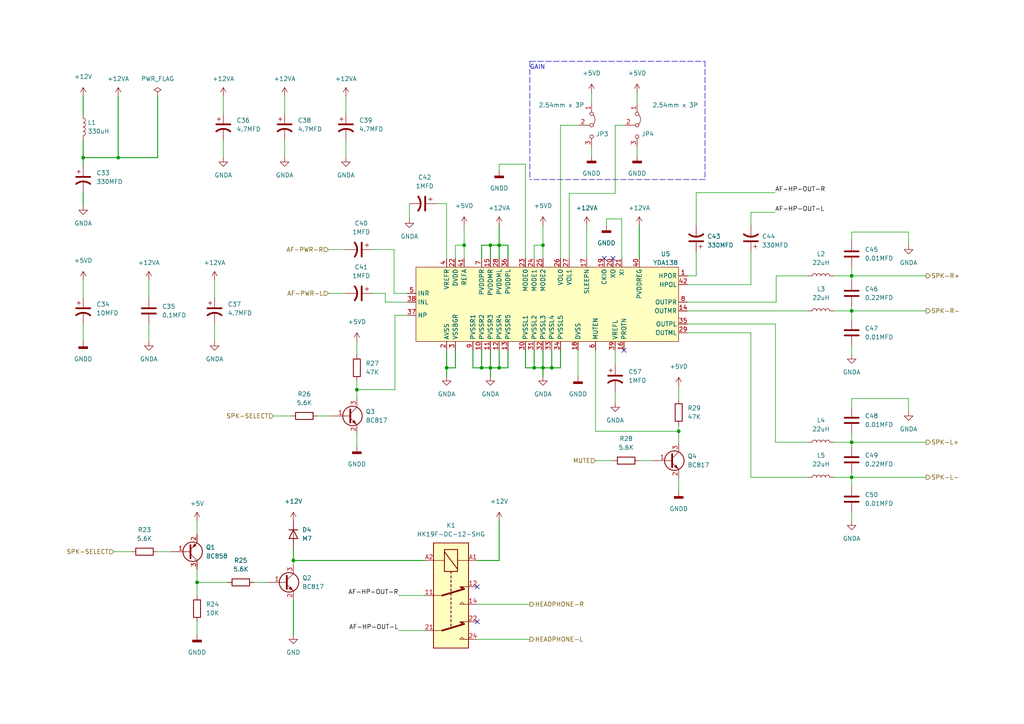
<source format=kicad_sch>
(kicad_sch (version 20211123) (generator eeschema)
  (paper "A4")
  (title_block (title "Arduino Mini Amplifier") (date "2022-07-30") (rev "1.0.0") (company "Dilshan R Jayakody") (comment 1 "jayakody2000lk@gmail.com") (comment 2 "https://github.com/dilshan/arduino-mini-amp"))
  (lib_symbols
    (symbol "Device:C" (pin_numbers hide) (pin_names (offset 0.254))
      (property "Reference" "C" (at 0.635 2.54 0))
      (property "Value" "C" (at 0.635 -2.54 0))
      (symbol "C_0_1"
        (polyline (pts (xy -2.032 -0.762) (xy 2.032 -0.762)) (stroke (width 0.508)))
        (polyline (pts (xy -2.032 0.762) (xy 2.032 0.762)) (stroke (width 0.508)))
      )
      (symbol "C_1_1"
        (pin passive line (at 0 3.81 270) (length 2.794) (name "~") (number "1"))
        (pin passive line (at 0 -3.81 90) (length 2.794) (name "~") (number "2"))
      )
    )
    (symbol "Device:C_Polarized_US" (pin_numbers hide) (pin_names (offset 0.254) hide)
      (property "Reference" "C" (at 0.635 2.54 0))
      (property "Value" "C_Polarized_US" (at 0.635 -2.54 0))
      (symbol "C_Polarized_US_0_1"
        (polyline (pts (xy -2.032 0.762) (xy 2.032 0.762)) (stroke (width 0.508)))
        (polyline (pts (xy -1.778 2.286) (xy -0.762 2.286)))
        (polyline (pts (xy -1.27 1.778) (xy -1.27 2.794)))
        (arc (start 2.032 -1.27) (mid 0 -0.5572) (end -2.032 -1.27) (stroke (width 0.508)))
      )
      (symbol "C_Polarized_US_1_1"
        (pin passive line (at 0 3.81 270) (length 2.794) (name "~") (number "1"))
        (pin passive line (at 0 -3.81 90) (length 3.302) (name "~") (number "2"))
      )
    )
    (symbol "Device:D" (pin_numbers hide) (pin_names (offset 1.016) hide)
      (property "Reference" "D" (at 0 2.54 0))
      (property "Value" "D" (at 0 -2.54 0))
      (symbol "D_0_1"
        (polyline (pts (xy -1.27 1.27) (xy -1.27 -1.27)) (stroke (width 0.254)))
        (polyline (pts (xy 1.27 0) (xy -1.27 0)))
        (polyline (pts (xy 1.27 1.27) (xy 1.27 -1.27) (xy -1.27 0) (xy 1.27 1.27)) (stroke (width 0.254)))
      )
      (symbol "D_1_1"
        (pin passive line (at -3.81 0 0) (length 2.54) (name "K") (number "1"))
        (pin passive line (at 3.81 0 180) (length 2.54) (name "A") (number "2"))
      )
    )
    (symbol "Device:L" (pin_numbers hide) (pin_names (offset 1.016) hide)
      (property "Reference" "L" (at -1.27 0 90))
      (property "Value" "L" (at 1.905 0 90))
      (symbol "L_0_1"
        (arc (start 0 -2.54) (mid 0.635 -1.905) (end 0 -1.27))
        (arc (start 0 -1.27) (mid 0.635 -0.635) (end 0 0))
        (arc (start 0 0) (mid 0.635 0.635) (end 0 1.27))
        (arc (start 0 1.27) (mid 0.635 1.905) (end 0 2.54))
      )
      (symbol "L_1_1"
        (pin passive line (at 0 3.81 270) (length 1.27) (name "1") (number "1"))
        (pin passive line (at 0 -3.81 90) (length 1.27) (name "2") (number "2"))
      )
    )
    (symbol "Device:R" (pin_numbers hide) (pin_names (offset 0))
      (property "Reference" "R" (at 2.032 0 90))
      (property "Value" "R" (at 0 0 90))
      (symbol "R_0_1"
        (rectangle (start -1.016 -2.54) (end 1.016 2.54) (stroke (width 0.254)))
      )
      (symbol "R_1_1"
        (pin passive line (at 0 3.81 270) (length 1.27) (name "~") (number "1"))
        (pin passive line (at 0 -3.81 90) (length 1.27) (name "~") (number "2"))
      )
    )
    (symbol "Jumper:Jumper_3_Bridged12" (pin_names (offset 0) hide)
      (property "Reference" "JP4" (at 2.54 1.2701 90))
      (property "Value" "2.54mm x 3P" (at -6.604 18.034 90))
      (symbol "Jumper_3_Bridged12_0_0"
        (circle (center -3.302 0) (radius 0.508))
        (circle (center 0 0) (radius 0.508))
        (circle (center 3.302 0) (radius 0.508))
      )
      (symbol "Jumper_3_Bridged12_0_1"
        (arc (start -0.254 0.508) (mid -1.651 0.9912) (end -3.048 0.508))
        (polyline (pts (xy 0 -1.27) (xy 0 -0.508)))
      )
      (symbol "Jumper_3_Bridged12_1_1"
        (pin passive line (at -6.35 0 0) (length 2.54) (name "A") (number "1"))
        (pin output line (at 0 -3.81 90) (length 2.54) (name "C") (number "2"))
        (pin passive line (at 6.35 0 180) (length 2.54) (name "B") (number "3"))
      )
    )
    (symbol "Jumper_3_Bridged12_1" (pin_names (offset 0) hide)
      (property "Reference" "JP3" (at 2.54 1.2701 90))
      (property "Value" "2.54mm x 3P" (at -6.604 18.034 90))
      (symbol "Jumper_3_Bridged12_1_0_0"
        (circle (center -3.302 0) (radius 0.508))
        (circle (center 0 0) (radius 0.508))
        (circle (center 3.302 0) (radius 0.508))
      )
      (symbol "Jumper_3_Bridged12_1_0_1"
        (arc (start -0.254 0.508) (mid -1.651 0.9912) (end -3.048 0.508))
        (polyline (pts (xy 0 -1.27) (xy 0 -0.508)))
      )
      (symbol "Jumper_3_Bridged12_1_1_1"
        (pin passive line (at -6.35 0 0) (length 2.54) (name "A") (number "1"))
        (pin output line (at 0 -3.81 90) (length 2.54) (name "C") (number "2"))
        (pin passive line (at 6.35 0 180) (length 2.54) (name "B") (number "3"))
      )
    )
    (symbol "Relay:FINDER-30.22"
      (property "Reference" "K" (at 16.51 3.81 0))
      (property "Value" "FINDER-30.22" (at 16.51 1.27 0))
      (symbol "FINDER-30.22_0_0"
        (polyline (pts (xy -2.54 5.08) (xy -2.54 2.54) (xy -1.905 3.175) (xy -2.54 3.81)) (fill (type outline)))
        (polyline (pts (xy 2.54 5.08) (xy 2.54 2.54) (xy 1.905 3.175) (xy 2.54 3.81)))
        (polyline (pts (xy 7.62 5.08) (xy 7.62 2.54) (xy 8.255 3.175) (xy 7.62 3.81)) (fill (type outline)))
        (polyline (pts (xy 12.7 5.08) (xy 12.7 2.54) (xy 12.065 3.175) (xy 12.7 3.81)))
      )
      (symbol "FINDER-30.22_0_1"
        (rectangle (start -15.24 5.08) (end 15.24 -5.08) (stroke (width 0.254)) (fill (type background)))
        (rectangle (start -13.335 1.905) (end -6.985 -1.905) (stroke (width 0.254)))
        (polyline (pts (xy -12.7 -1.905) (xy -7.62 1.905)) (stroke (width 0.254)))
        (polyline (pts (xy -10.16 -5.08) (xy -10.16 -1.905)))
        (polyline (pts (xy -10.16 5.08) (xy -10.16 1.905)))
        (polyline (pts (xy -6.985 0) (xy -6.35 0)) (stroke (width 0.254)))
        (polyline (pts (xy -5.715 0) (xy -5.08 0)) (stroke (width 0.254)))
        (polyline (pts (xy -4.445 0) (xy -3.81 0)) (stroke (width 0.254)))
        (polyline (pts (xy -3.175 0) (xy -2.54 0)) (stroke (width 0.254)))
        (polyline (pts (xy -1.905 0) (xy -1.27 0)) (stroke (width 0.254)))
        (polyline (pts (xy -0.635 0) (xy 0 0)) (stroke (width 0.254)))
        (polyline (pts (xy 0 -2.54) (xy -1.905 3.81)) (stroke (width 0.508)))
        (polyline (pts (xy 0 -2.54) (xy 0 -5.08)))
        (polyline (pts (xy 0.635 0) (xy 1.27 0)) (stroke (width 0.254)))
        (polyline (pts (xy 1.905 0) (xy 2.54 0)) (stroke (width 0.254)))
        (polyline (pts (xy 3.175 0) (xy 3.81 0)) (stroke (width 0.254)))
        (polyline (pts (xy 4.445 0) (xy 5.08 0)) (stroke (width 0.254)))
        (polyline (pts (xy 5.715 0) (xy 6.35 0)) (stroke (width 0.254)))
        (polyline (pts (xy 6.985 0) (xy 7.62 0)) (stroke (width 0.254)))
        (polyline (pts (xy 8.255 0) (xy 8.89 0)) (stroke (width 0.254)))
        (polyline (pts (xy 10.16 -2.54) (xy 8.255 3.81)) (stroke (width 0.508)))
        (polyline (pts (xy 10.16 -2.54) (xy 10.16 -5.08)))
      )
      (symbol "FINDER-30.22_1_1"
        (pin passive line (at 0 -7.62 90) (length 2.54) (name "~") (number "11"))
        (pin passive line (at -2.54 7.62 270) (length 2.54) (name "~") (number "12"))
        (pin passive line (at 2.54 7.62 270) (length 2.54) (name "~") (number "14"))
        (pin passive line (at 10.16 -7.62 90) (length 2.54) (name "~") (number "21"))
        (pin passive line (at 7.62 7.62 270) (length 2.54) (name "~") (number "22"))
        (pin passive line (at 12.7 7.62 270) (length 2.54) (name "~") (number "24"))
        (pin passive line (at -10.16 7.62 270) (length 2.54) (name "~") (number "A1"))
        (pin passive line (at -10.16 -7.62 90) (length 2.54) (name "~") (number "A2"))
      )
    )
    (symbol "Transistor_BJT:BC817" (pin_names (offset 0) hide)
      (property "Reference" "Q" (at 5.08 1.905 0))
      (property "Value" "BC817" (at 5.08 0 0))
      (symbol "BC817_0_1"
        (polyline (pts (xy 0.635 0.635) (xy 2.54 2.54)))
        (polyline (pts (xy 0.635 -0.635) (xy 2.54 -2.54) (xy 2.54 -2.54)))
        (polyline (pts (xy 0.635 1.905) (xy 0.635 -1.905) (xy 0.635 -1.905)) (stroke (width 0.508)))
        (polyline (pts (xy 1.27 -1.778) (xy 1.778 -1.27) (xy 2.286 -2.286) (xy 1.27 -1.778) (xy 1.27 -1.778)) (fill (type outline)))
        (circle (center 1.27 0) (radius 2.8194) (stroke (width 0.254)))
      )
      (symbol "BC817_1_1"
        (pin input line (at -5.08 0 0) (length 5.715) (name "B") (number "1"))
        (pin passive line (at 2.54 -5.08 90) (length 2.54) (name "E") (number "2"))
        (pin passive line (at 2.54 5.08 270) (length 2.54) (name "C") (number "3"))
      )
    )
    (symbol "Transistor_BJT:BC858" (pin_names (offset 0) hide)
      (property "Reference" "Q" (at 5.08 1.905 0))
      (property "Value" "BC858" (at 5.08 0 0))
      (symbol "BC858_0_1"
        (polyline (pts (xy 0.635 0.635) (xy 2.54 2.54)))
        (polyline (pts (xy 0.635 -0.635) (xy 2.54 -2.54) (xy 2.54 -2.54)))
        (polyline (pts (xy 0.635 1.905) (xy 0.635 -1.905) (xy 0.635 -1.905)) (stroke (width 0.508)))
        (polyline (pts (xy 2.286 -1.778) (xy 1.778 -2.286) (xy 1.27 -1.27) (xy 2.286 -1.778) (xy 2.286 -1.778)) (fill (type outline)))
        (circle (center 1.27 0) (radius 2.8194) (stroke (width 0.254)))
      )
      (symbol "BC858_1_1"
        (pin input line (at -5.08 0 0) (length 5.715) (name "B") (number "1"))
        (pin passive line (at 2.54 -5.08 90) (length 2.54) (name "E") (number "2"))
        (pin passive line (at 2.54 5.08 270) (length 2.54) (name "C") (number "3"))
      )
    )
    (symbol "pc-amplifier:YDA138"
      (property "Reference" "U" (at -20.955 -11.43 0))
      (property "Value" "YDA138" (at 50.165 12.7 0))
      (symbol "YDA138_0_1"
        (rectangle (start -21.59 11.43) (end 54.61 -10.16) (fill (type background)))
      )
      (symbol "YDA138_1_1"
        (pin output line (at 57.15 8.89 180) (length 2.54) (name "HPOR") (number "1"))
        (pin power_in line (at -2.54 -12.7 90) (length 2.54) (name "PVSSR2") (number "10"))
        (pin power_in line (at 0 -12.7 90) (length 2.54) (name "PVSSR3") (number "11"))
        (pin power_in line (at 2.54 -12.7 90) (length 2.54) (name "PVSSR4") (number "12"))
        (pin power_in line (at 5.08 -12.7 90) (length 2.54) (name "PVSSR5") (number "13"))
        (pin output line (at 57.15 -1.27 180) (length 2.54) (name "OUTMR") (number "14"))
        (pin power_in line (at 0 13.97 270) (length 2.54) (name "PVDDMR") (number "15"))
        (pin output line (at 38.735 -12.7 90) (length 2.54) (name "PROTN") (number "16"))
        (pin input line (at 27.94 13.97 270) (length 2.54) (name "SLEEPN") (number "17"))
        (pin power_in line (at 25.4 -12.7 90) (length 2.54) (name "DVSS") (number "18"))
        (pin input line (at 33.02 13.97 270) (length 2.54) (name "CKIO") (number "19"))
        (pin power_in line (at -12.7 -12.7 90) (length 2.54) (name "AVSS") (number "2"))
        (pin input line (at 35.56 13.97 270) (length 2.54) (name "XO") (number "20"))
        (pin input line (at 38.1 13.97 270) (length 2.54) (name "XI") (number "21"))
        (pin power_in line (at -10.16 13.97 270) (length 2.54) (name "DVDD") (number "22"))
        (pin input line (at 10.16 13.97 270) (length 2.54) (name "MODE0") (number "23"))
        (pin input line (at 12.7 13.97 270) (length 2.54) (name "MODE1") (number "24"))
        (pin input line (at 15.24 13.97 270) (length 2.54) (name "MODE2") (number "25"))
        (pin input line (at 20.32 13.97 270) (length 2.54) (name "VOL0") (number "26"))
        (pin input line (at 22.86 13.97 270) (length 2.54) (name "VOL1") (number "27"))
        (pin power_in line (at 2.54 13.97 270) (length 2.54) (name "PVDDML") (number "28"))
        (pin output line (at 57.15 -7.62 180) (length 2.54) (name "OUTML") (number "29"))
        (pin power_in line (at -10.16 -12.7 90) (length 2.54) (name "VSSBGR") (number "3"))
        (pin power_in line (at 10.16 -12.7 90) (length 2.54) (name "PVSSL1") (number "30"))
        (pin power_in line (at 12.7 -12.7 90) (length 2.54) (name "PVSSL2") (number "31"))
        (pin power_in line (at 15.24 -12.7 90) (length 2.54) (name "PVSSL3") (number "32"))
        (pin power_in line (at 17.78 -12.7 90) (length 2.54) (name "PVSSL4") (number "33"))
        (pin power_in line (at 20.32 -12.7 90) (length 2.54) (name "PVSSL5") (number "34"))
        (pin output line (at 57.15 -5.08 180) (length 2.54) (name "OUTPL") (number "35"))
        (pin power_in line (at 5.08 13.97 270) (length 2.54) (name "PVDDPL") (number "36"))
        (pin input line (at -24.13 -2.54 0) (length 2.54) (name "HP") (number "37"))
        (pin input line (at -24.13 1.27 0) (length 2.54) (name "INL") (number "38"))
        (pin output line (at 36.195 -12.7 90) (length 2.54) (name "VREFL") (number "39"))
        (pin input line (at -12.7 13.97 270) (length 2.54) (name "VREFR") (number "4"))
        (pin input line (at 43.18 13.97 270) (length 2.54) (name "PVDDREG") (number "40"))
        (pin power_out line (at -7.62 13.97 270) (length 2.54) (name "REFA") (number "41"))
        (pin output line (at 57.15 6.35 180) (length 2.54) (name "HPOL") (number "42"))
        (pin input line (at -24.13 3.81 0) (length 2.54) (name "INR") (number "5"))
        (pin input line (at 30.48 -12.7 90) (length 2.54) (name "MUTEN") (number "6"))
        (pin power_in line (at -2.54 13.97 270) (length 2.54) (name "PVDDPR") (number "7"))
        (pin output line (at 57.15 1.27 180) (length 2.54) (name "OUTPR") (number "8"))
        (pin power_in line (at -5.08 -12.7 90) (length 2.54) (name "PVSSR1") (number "9"))
      )
    )
    (symbol "power:+12V" (power) (pin_names (offset 0))
      (property "Value" "+12V" (at 0 3.556 0))
      (symbol "+12V_0_1"
        (polyline (pts (xy -0.762 1.27) (xy 0 2.54)))
        (polyline (pts (xy 0 0) (xy 0 2.54)))
        (polyline (pts (xy 0 2.54) (xy 0.762 1.27)))
      )
      (symbol "+12V_1_1"
        (pin power_in line (at 0 0 90) (length 0) hide (name "+12V") (number "1"))
      )
    )
    (symbol "power:+12VA" (power) (pin_names (offset 0))
      (property "Value" "+12VA" (at 0 3.556 0))
      (symbol "+12VA_0_1"
        (polyline (pts (xy -0.762 1.27) (xy 0 2.54)))
        (polyline (pts (xy 0 0) (xy 0 2.54)))
        (polyline (pts (xy 0 2.54) (xy 0.762 1.27)))
      )
      (symbol "+12VA_1_1"
        (pin power_in line (at 0 0 90) (length 0) hide (name "+12VA") (number "1"))
      )
    )
    (symbol "power:+5V" (power) (pin_names (offset 0))
      (property "Value" "+5V" (at 0 3.556 0))
      (symbol "+5V_0_1"
        (polyline (pts (xy -0.762 1.27) (xy 0 2.54)))
        (polyline (pts (xy 0 0) (xy 0 2.54)))
        (polyline (pts (xy 0 2.54) (xy 0.762 1.27)))
      )
      (symbol "+5V_1_1"
        (pin power_in line (at 0 0 90) (length 0) hide (name "+5V") (number "1"))
      )
    )
    (symbol "power:+5VD" (power) (pin_names (offset 0))
      (property "Value" "+5VD" (at 0 3.556 0))
      (symbol "+5VD_0_1"
        (polyline (pts (xy -0.762 1.27) (xy 0 2.54)))
        (polyline (pts (xy 0 0) (xy 0 2.54)))
        (polyline (pts (xy 0 2.54) (xy 0.762 1.27)))
      )
      (symbol "+5VD_1_1"
        (pin power_in line (at 0 0 90) (length 0) hide (name "+5VD") (number "1"))
      )
    )
    (symbol "power:GND" (power) (pin_names (offset 0))
      (property "Value" "GND" (at 0 -3.81 0))
      (symbol "GND_0_1"
        (polyline (pts (xy 0 0) (xy 0 -1.27) (xy 1.27 -1.27) (xy 0 -2.54) (xy -1.27 -1.27) (xy 0 -1.27)))
      )
      (symbol "GND_1_1"
        (pin power_in line (at 0 0 270) (length 0) hide (name "GND") (number "1"))
      )
    )
    (symbol "power:GNDA" (power) (pin_names (offset 0))
      (property "Value" "GNDA" (at 0 -3.81 0))
      (symbol "GNDA_0_1"
        (polyline (pts (xy 0 0) (xy 0 -1.27) (xy 1.27 -1.27) (xy 0 -2.54) (xy -1.27 -1.27) (xy 0 -1.27)))
      )
      (symbol "GNDA_1_1"
        (pin power_in line (at 0 0 270) (length 0) hide (name "GNDA") (number "1"))
      )
    )
    (symbol "power:GNDD" (power) (pin_names (offset 0))
      (property "Value" "GNDD" (at 0 -3.175 0))
      (symbol "GNDD_0_1"
        (rectangle (start -1.27 -1.524) (end 1.27 -2.032) (stroke (width 0.254)) (fill (type outline)))
        (polyline (pts (xy 0 0) (xy 0 -1.524)))
      )
      (symbol "GNDD_1_1"
        (pin power_in line (at 0 0 270) (length 0) hide (name "GNDD") (number "1"))
      )
    )
    (symbol "power:PWR_FLAG" (power) (pin_numbers hide) (pin_names (offset 0) hide)
      (property "Value" "PWR_FLAG" (at 0 3.81 0))
      (symbol "PWR_FLAG_0_0"
        (pin power_out line (at 0 0 90) (length 0) (name "pwr") (number "1"))
      )
      (symbol "PWR_FLAG_0_1"
        (polyline (pts (xy 0 0) (xy 0 1.27) (xy -1.016 1.905) (xy 0 2.54) (xy 1.016 1.905) (xy 0 1.27)))
      )
    )
  )
  (junction (at 196.85 125.095))
  (junction (at 142.24 106.68))
  (junction (at 57.15 168.91))
  (junction (at 129.54 106.68))
  (junction (at 247.015 128.27))
  (junction (at 85.09 162.56))
  (junction (at 134.62 71.12))
  (junction (at 34.29 45.72))
  (junction (at 247.015 138.43))
  (junction (at 144.78 71.12))
  (junction (at 157.48 106.68))
  (junction (at 247.015 90.17))
  (junction (at 139.7 106.68))
  (junction (at 103.505 113.03))
  (junction (at 24.13 45.72))
  (junction (at 154.94 106.68))
  (junction (at 157.48 71.12))
  (junction (at 160.02 106.68))
  (junction (at 142.24 71.12))
  (junction (at 144.78 106.68))
  (junction (at 247.015 80.01))
  (no_connect (at 180.975 101.6))
  (no_connect (at 175.26 74.93))
  (no_connect (at 177.8 74.93))
  (no_connect (at 138.43 170.18))
  (no_connect (at 138.43 180.34))
  (wire (pts (xy 147.32 71.12) (xy 147.32 74.93)) (stroke (width 0.25)))
  (wire (pts (xy 199.39 90.17) (xy 234.315 90.17)))
  (wire (pts (xy 224.917 93.98) (xy 224.917 128.27)))
  (wire (pts (xy 147.32 71.12) (xy 144.78 71.12)) (stroke (width 0.25)))
  (wire (pts (xy 165.1 56.1086) (xy 178.435 56.1086)))
  (wire (pts (xy 142.24 71.12) (xy 142.24 74.93)) (stroke (width 0.25)))
  (wire (pts (xy 45.72 45.72) (xy 34.29 45.72)) (stroke (width 0.25)))
  (wire (pts (xy 201.93 80.01) (xy 201.93 73.025)))
  (wire (pts (xy 178.435 101.6) (xy 178.435 105.918)))
  (wire (pts (xy 147.32 101.6) (xy 147.32 106.68)) (stroke (width 0.25)))
  (wire (pts (xy 152.4 74.93) (xy 152.4 47.625)))
  (wire (pts (xy 201.93 55.88) (xy 224.79 55.88)))
  (wire (pts (xy 132.08 74.93) (xy 132.08 71.12)))
  (wire (pts (xy 172.72 125.095) (xy 196.85 125.095)))
  (wire (pts (xy 162.56 36.322) (xy 167.767 36.322)))
  (polyline (pts (xy 153.67 17.78) (xy 204.47 17.78)))
  (polyline (pts (xy 153.67 17.78) (xy 153.67 52.07)))
  (wire (pts (xy 139.7 106.68) (xy 142.24 106.68)) (stroke (width 0.25)))
  (wire (pts (xy 247.015 80.01) (xy 247.015 81.28)))
  (wire (pts (xy 103.505 113.03) (xy 103.505 115.57)))
  (wire (pts (xy 185.42 133.604) (xy 189.23 133.604)))
  (wire (pts (xy 64.77 27.94) (xy 64.77 33.02)))
  (wire (pts (xy 103.505 99.06) (xy 103.505 102.87)))
  (polyline (pts (xy 204.47 17.78) (xy 204.47 52.07)))
  (wire (pts (xy 199.39 93.98) (xy 224.917 93.98)))
  (wire (pts (xy 247.015 77.47) (xy 247.015 80.01)))
  (wire (pts (xy 137.16 106.68) (xy 139.7 106.68)) (stroke (width 0.25)))
  (wire (pts (xy 114.554 91.44) (xy 118.11 91.44)))
  (wire (pts (xy 92.075 120.65) (xy 95.885 120.65)))
  (wire (pts (xy 138.43 185.42) (xy 153.67 185.42)))
  (wire (pts (xy 263.525 67.31) (xy 263.525 71.12)))
  (wire (pts (xy 57.15 180.34) (xy 57.15 184.15)))
  (wire (pts (xy 144.78 47.625) (xy 144.78 49.53)))
  (wire (pts (xy 103.505 113.03) (xy 114.554 113.03)))
  (wire (pts (xy 247.015 128.27) (xy 247.015 129.54)))
  (wire (pts (xy 57.15 168.91) (xy 66.04 168.91)))
  (wire (pts (xy 247.015 118.11) (xy 247.015 115.57)))
  (wire (pts (xy 82.55 27.94) (xy 82.55 33.02)))
  (wire (pts (xy 167.64 101.6) (xy 167.64 109.22)))
  (wire (pts (xy 34.29 45.72) (xy 24.13 45.72)) (stroke (width 0.25)))
  (wire (pts (xy 62.23 93.98) (xy 62.23 99.06)))
  (wire (pts (xy 24.13 55.88) (xy 24.13 59.69)) (stroke (width 0.25)))
  (wire (pts (xy 85.09 173.99) (xy 85.09 184.15)) (stroke (width 0.25)))
  (wire (pts (xy 217.7796 138.43) (xy 234.315 138.43)))
  (wire (pts (xy 178.435 36.322) (xy 180.975 36.322)))
  (wire (pts (xy 247.015 138.43) (xy 268.605 138.43)))
  (wire (pts (xy 217.805 61.595) (xy 224.79 61.595)))
  (wire (pts (xy 247.015 90.17) (xy 247.015 92.71)))
  (wire (pts (xy 247.015 90.17) (xy 247.015 88.9)))
  (wire (pts (xy 247.015 138.43) (xy 247.015 137.16)))
  (wire (pts (xy 152.4 101.6) (xy 152.4 106.68)) (stroke (width 0.25)))
  (wire (pts (xy 129.54 101.6) (xy 129.54 106.68)) (stroke (width 0.25)))
  (wire (pts (xy 144.78 65.405) (xy 144.78 71.12)) (stroke (width 0.25)))
  (wire (pts (xy 165.1 74.93) (xy 165.1 56.1086)))
  (wire (pts (xy 24.13 40.64) (xy 24.13 45.72)) (stroke (width 0.25)))
  (wire (pts (xy 157.48 71.12) (xy 157.48 74.93)))
  (wire (pts (xy 199.39 96.52) (xy 217.7796 96.52)))
  (wire (pts (xy 196.85 112.014) (xy 196.85 115.824)))
  (wire (pts (xy 139.7 101.6) (xy 139.7 106.68)) (stroke (width 0.25)))
  (wire (pts (xy 134.62 71.12) (xy 134.62 74.93)))
  (wire (pts (xy 157.48 101.6) (xy 157.48 106.68)) (stroke (width 0.25)))
  (wire (pts (xy 217.805 82.55) (xy 217.805 73.025)))
  (wire (pts (xy 247.015 80.01) (xy 268.605 80.01)))
  (wire (pts (xy 95.25 85.09) (xy 100.33 85.09)))
  (wire (pts (xy 196.85 125.095) (xy 196.85 128.524)))
  (wire (pts (xy 103.505 110.49) (xy 103.505 113.03)))
  (wire (pts (xy 64.77 40.64) (xy 64.77 45.72)))
  (wire (pts (xy 24.13 93.98) (xy 24.13 99.06)))
  (wire (pts (xy 34.29 27.94) (xy 34.29 45.72)) (stroke (width 0.25)))
  (wire (pts (xy 114.3 72.39) (xy 114.3 85.09)))
  (wire (pts (xy 142.24 71.12) (xy 144.78 71.12)) (stroke (width 0.25)))
  (wire (pts (xy 154.94 106.68) (xy 157.48 106.68)) (stroke (width 0.25)))
  (wire (pts (xy 103.505 125.73) (xy 103.505 129.54)))
  (wire (pts (xy 162.56 106.68) (xy 160.02 106.68)) (stroke (width 0.25)))
  (wire (pts (xy 152.4 106.68) (xy 154.94 106.68)) (stroke (width 0.25)))
  (wire (pts (xy 157.48 65.405) (xy 157.48 71.12)))
  (wire (pts (xy 45.72 160.02) (xy 49.53 160.02)))
  (wire (pts (xy 114.3 85.09) (xy 118.11 85.09)))
  (wire (pts (xy 144.78 106.68) (xy 142.24 106.68)) (stroke (width 0.25)))
  (wire (pts (xy 137.16 101.6) (xy 137.16 106.68)) (stroke (width 0.25)))
  (wire (pts (xy 24.13 45.72) (xy 24.13 48.26)) (stroke (width 0.25)))
  (wire (pts (xy 184.785 42.672) (xy 184.785 45.212)))
  (wire (pts (xy 138.43 162.56) (xy 144.78 162.56)) (stroke (width 0.25)))
  (wire (pts (xy 199.39 80.01) (xy 201.93 80.01)))
  (wire (pts (xy 115.57 172.72) (xy 123.19 172.72)))
  (wire (pts (xy 170.18 65.405) (xy 170.18 74.93)))
  (wire (pts (xy 171.577 26.924) (xy 171.577 29.972)))
  (wire (pts (xy 43.18 81.28) (xy 43.18 86.36)))
  (wire (pts (xy 138.43 175.26) (xy 153.67 175.26)))
  (wire (pts (xy 196.85 123.444) (xy 196.85 125.095)))
  (wire (pts (xy 171.577 42.672) (xy 171.577 45.212)))
  (wire (pts (xy 180.34 74.93) (xy 180.34 63.5)))
  (wire (pts (xy 154.94 71.12) (xy 157.48 71.12)))
  (wire (pts (xy 225.1202 80.01) (xy 234.315 80.01)))
  (wire (pts (xy 247.015 69.85) (xy 247.015 67.31)))
  (wire (pts (xy 129.54 74.93) (xy 129.54 59.055)))
  (wire (pts (xy 247.015 128.27) (xy 268.605 128.27)))
  (wire (pts (xy 175.895 63.5) (xy 175.895 65.405)))
  (wire (pts (xy 33.02 160.02) (xy 38.1 160.02)))
  (wire (pts (xy 247.015 125.73) (xy 247.015 128.27)))
  (wire (pts (xy 100.33 27.94) (xy 100.33 33.02)))
  (wire (pts (xy 247.015 100.33) (xy 247.015 102.87)))
  (wire (pts (xy 62.23 81.28) (xy 62.23 86.36)))
  (wire (pts (xy 154.94 74.93) (xy 154.94 71.12)))
  (wire (pts (xy 142.24 106.68) (xy 142.24 109.22)) (stroke (width 0.25)))
  (wire (pts (xy 144.78 162.56) (xy 144.78 151.13)) (stroke (width 0.25)))
  (wire (pts (xy 107.95 72.39) (xy 114.3 72.39)))
  (wire (pts (xy 126.365 59.055) (xy 129.54 59.055)))
  (wire (pts (xy 247.015 67.31) (xy 263.525 67.31)))
  (wire (pts (xy 178.435 56.1086) (xy 178.435 36.322)))
  (wire (pts (xy 132.08 106.68) (xy 129.54 106.68)) (stroke (width 0.25)))
  (wire (pts (xy 142.24 101.6) (xy 142.24 106.68)) (stroke (width 0.25)))
  (wire (pts (xy 162.56 74.93) (xy 162.56 36.322)))
  (wire (pts (xy 45.72 27.94) (xy 45.72 45.72)) (stroke (width 0.25)))
  (wire (pts (xy 111.76 85.09) (xy 111.76 87.63)))
  (wire (pts (xy 247.015 148.59) (xy 247.015 151.13)))
  (wire (pts (xy 185.42 65.405) (xy 185.42 74.93)) (stroke (width 0.25)))
  (wire (pts (xy 247.015 138.43) (xy 247.015 140.97)))
  (wire (pts (xy 217.7796 96.52) (xy 217.7796 138.43)))
  (wire (pts (xy 57.15 168.91) (xy 57.15 172.72)))
  (wire (pts (xy 79.375 120.65) (xy 84.455 120.65)))
  (wire (pts (xy 247.015 90.17) (xy 268.605 90.17)))
  (wire (pts (xy 241.935 128.27) (xy 247.015 128.27)))
  (wire (pts (xy 139.7 74.93) (xy 139.7 71.12)) (stroke (width 0.25)))
  (wire (pts (xy 95.25 72.39) (xy 100.33 72.39)))
  (wire (pts (xy 24.13 27.94) (xy 24.13 33.02)) (stroke (width 0.25)))
  (wire (pts (xy 111.76 87.63) (xy 118.11 87.63)))
  (wire (pts (xy 147.32 106.68) (xy 144.78 106.68)) (stroke (width 0.25)))
  (wire (pts (xy 118.745 59.055) (xy 118.745 63.5)))
  (wire (pts (xy 247.015 115.57) (xy 263.525 115.57)))
  (wire (pts (xy 241.935 138.43) (xy 247.015 138.43)))
  (wire (pts (xy 241.935 90.17) (xy 247.015 90.17)))
  (wire (pts (xy 225.1202 87.63) (xy 225.1202 80.01)))
  (wire (pts (xy 43.18 93.98) (xy 43.18 99.06)))
  (wire (pts (xy 160.02 106.68) (xy 157.48 106.68)) (stroke (width 0.25)))
  (wire (pts (xy 184.785 26.924) (xy 184.785 29.972)))
  (wire (pts (xy 144.78 101.6) (xy 144.78 106.68)) (stroke (width 0.25)))
  (wire (pts (xy 85.09 162.56) (xy 123.19 162.56)) (stroke (width 0.25)))
  (wire (pts (xy 85.09 158.75) (xy 85.09 162.56)) (stroke (width 0.25)))
  (wire (pts (xy 134.62 65.405) (xy 134.62 71.12)))
  (wire (pts (xy 100.33 40.64) (xy 100.33 45.72)))
  (wire (pts (xy 199.39 82.55) (xy 217.805 82.55)))
  (wire (pts (xy 132.08 101.6) (xy 132.08 106.68)) (stroke (width 0.25)))
  (polyline (pts (xy 204.47 52.07) (xy 153.67 52.07)))
  (wire (pts (xy 199.39 87.63) (xy 225.1202 87.63)))
  (wire (pts (xy 157.48 106.68) (xy 157.48 109.22)) (stroke (width 0.25)))
  (wire (pts (xy 201.93 65.405) (xy 201.93 55.88)))
  (wire (pts (xy 217.805 65.405) (xy 217.805 61.595)))
  (wire (pts (xy 24.13 81.28) (xy 24.13 86.36)))
  (wire (pts (xy 263.525 115.57) (xy 263.525 119.38)))
  (wire (pts (xy 57.15 165.1) (xy 57.15 168.91)))
  (wire (pts (xy 196.85 138.684) (xy 196.85 142.494)))
  (wire (pts (xy 172.72 101.6) (xy 172.72 125.095)))
  (wire (pts (xy 144.78 71.12) (xy 144.78 74.93)) (stroke (width 0.25)))
  (wire (pts (xy 241.935 80.01) (xy 247.015 80.01)))
  (wire (pts (xy 160.02 101.6) (xy 160.02 106.68)) (stroke (width 0.25)))
  (wire (pts (xy 114.554 113.03) (xy 114.554 91.44)))
  (wire (pts (xy 154.94 101.6) (xy 154.94 106.68)) (stroke (width 0.25)))
  (wire (pts (xy 180.34 63.5) (xy 175.895 63.5)))
  (wire (pts (xy 162.56 101.6) (xy 162.56 106.68)) (stroke (width 0.25)))
  (wire (pts (xy 132.08 71.12) (xy 134.62 71.12)))
  (wire (pts (xy 152.4 47.625) (xy 144.78 47.625)))
  (wire (pts (xy 224.917 128.27) (xy 234.315 128.27)))
  (wire (pts (xy 178.435 113.538) (xy 178.435 116.84)))
  (wire (pts (xy 172.72 133.604) (xy 177.8 133.604)))
  (wire (pts (xy 139.7 71.12) (xy 142.24 71.12)) (stroke (width 0.25)))
  (wire (pts (xy 57.15 151.13) (xy 57.15 154.94)))
  (wire (pts (xy 82.55 40.64) (xy 82.55 45.72)))
  (wire (pts (xy 73.66 168.91) (xy 77.47 168.91)))
  (wire (pts (xy 115.57 182.88) (xy 123.19 182.88)))
  (wire (pts (xy 107.95 85.09) (xy 111.76 85.09)))
  (wire (pts (xy 129.54 106.68) (xy 129.54 109.22)) (stroke (width 0.25)))
  (wire (pts (xy 85.09 162.56) (xy 85.09 163.83)))
  (text "GAIN" (at 153.67 20.32 0) (effects (font (size 1.27 1.27)) (justify left bottom)))
  (label "AF-HP-OUT-L" (at 115.57 182.88 180))
  (label "AF-HP-OUT-L" (at 224.79 61.595 0))
  (label "AF-HP-OUT-R" (at 224.79 55.88 0))
  (label "AF-HP-OUT-R" (at 115.57 172.72 180))
  (hierarchical_label "SPK-SELECT" (shape input) (at 33.02 160.02 180))
  (hierarchical_label "SPK-L-" (shape output) (at 268.605 138.43 0))
  (hierarchical_label "MUTE" (shape input) (at 172.72 133.604 180))
  (hierarchical_label "HEADPHONE-L" (shape output) (at 153.67 185.42 0))
  (hierarchical_label "SPK-SELECT" (shape input) (at 79.375 120.65 180))
  (hierarchical_label "SPK-R-" (shape output) (at 268.605 90.17 0))
  (hierarchical_label "AF-PWR-L" (shape input) (at 95.25 85.09 180))
  (hierarchical_label "AF-PWR-R" (shape input) (at 95.25 72.39 180))
  (hierarchical_label "HEADPHONE-R" (shape output) (at 153.67 175.26 0))
  (hierarchical_label "SPK-R+" (shape output) (at 268.605 80.01 0))
  (hierarchical_label "SPK-L+" (shape output) (at 268.605 128.27 0))
  (symbol (lib_id "Transistor_BJT:BC817") (at 82.55 168.91 0) (unit 1)
    (property "Reference" "Q2" (at 87.63 167.6399 0) (effects (justify left)))
    (property "Value" "BC817" (at 87.63 170.1799 0) (effects (justify left)))
    (property "Footprint" "Package_TO_SOT_SMD:SOT-23" (effects hide))
    (property "Datasheet" "https://www.onsemi.com/pub/Collateral/BC818-D.pdf" (effects hide))
  )
  (symbol (lib_id "power:GNDA") (at 82.55 45.72 0) (unit 1)
    (property "Reference" "#PWR0158" (effects hide))
    (property "Value" "GNDA" (at 82.55 50.8 0))
  )
  (symbol (lib_id "power:GNDD") (at 167.64 109.22 0) (unit 1)
    (property "Reference" "#PWR0179" (effects hide))
    (property "Value" "GNDD" (at 167.64 114.3 0))
  )
  (symbol (lib_id "power:GNDA") (at 24.13 59.69 0) (unit 1)
    (property "Reference" "#PWR0153" (effects hide))
    (property "Value" "GNDA" (at 24.13 64.77 0))
  )
  (symbol (lib_name "Jumper_3_Bridged12_1") (lib_id "Jumper:Jumper_3_Bridged12") (at 171.577 36.322 270) (unit 1)
    (property "Reference" "JP3" (at 172.8471 38.862 90) (effects (justify left)))
    (property "Value" "2.54mm x 3P" (at 156.21 30.48 90) (effects (justify left)))
    (property "Footprint" "Connector_PinHeader_2.54mm:PinHeader_1x03_P2.54mm_Vertical" (effects hide))
  )
  (symbol (lib_id "Relay:FINDER-30.22") (at 130.81 172.72 270) (unit 1)
    (property "Reference" "K1" (at 130.81 152.4 90))
    (property "Value" "HK19F-DC-12-SHG" (at 130.81 154.94 90))
    (property "Footprint" "Relay_THT:Relay_DPDT_Finder_30.22" (effects hide))
    (property "Datasheet" "http://gfinder.findernet.com/assets/Series/354/S30EN.pdf" (effects hide))
  )
  (symbol (lib_id "Device:C_Polarized_US") (at 217.805 69.215 180) (unit 1)
    (property "Reference" "C44" (at 220.98 68.5799 0) (effects (justify right)))
    (property "Value" "330MFD" (at 220.98 71.1199 0) (effects (justify right)))
    (property "Footprint" "Capacitor_SMD:CP_Elec_6.3x5.8" (effects hide))
  )
  (symbol (lib_id "Device:C") (at 247.015 121.92 0) (unit 1)
    (property "Reference" "C48" (at 250.825 120.6499 0) (effects (justify left)))
    (property "Value" "0.01MFD" (at 250.825 123.1899 0) (effects (justify left)))
    (property "Footprint" "Capacitor_SMD:C_0805_2012Metric_Pad1.18x1.45mm_HandSolder" (effects hide))
  )
  (symbol (lib_id "power:+5VD") (at 103.505 99.06 0) (unit 1)
    (property "Reference" "#PWR0160" (effects hide))
    (property "Value" "+5VD" (at 103.505 93.345 0))
  )
  (symbol (lib_id "Device:C") (at 247.015 133.35 0) (unit 1)
    (property "Reference" "C49" (at 250.825 132.0799 0) (effects (justify left)))
    (property "Value" "0.22MFD" (at 250.825 134.6199 0) (effects (justify left)))
    (property "Footprint" "Capacitor_SMD:C_0805_2012Metric_Pad1.18x1.45mm_HandSolder" (effects hide))
  )
  (symbol (lib_id "power:+5VD") (at 196.85 112.014 0) (unit 1)
    (property "Reference" "#PWR0178" (effects hide))
    (property "Value" "+5VD" (at 196.85 106.299 0))
  )
  (symbol (lib_id "power:GNDD") (at 144.78 49.53 0) (unit 1)
    (property "Reference" "#PWR0189" (effects hide))
    (property "Value" "GNDD" (at 144.78 54.61 0))
  )
  (symbol (lib_id "power:GNDA") (at 247.015 151.13 0) (unit 1)
    (property "Reference" "#PWR0174" (effects hide))
    (property "Value" "GNDA" (at 247.015 156.21 0))
  )
  (symbol (lib_id "Device:L") (at 238.125 80.01 90) (unit 1)
    (property "Reference" "L2" (at 238.125 73.66 90))
    (property "Value" "22uH" (at 238.125 76.2 90))
    (property "Footprint" "Inductor_SMD:L_7.3x7.3_H3.5" (effects hide))
  )
  (symbol (lib_id "Device:R") (at 181.61 133.604 90) (unit 1)
    (property "Reference" "R28" (at 181.61 127.254 90))
    (property "Value" "5.6K" (at 181.61 129.794 90))
    (property "Footprint" "Resistor_SMD:R_0805_2012Metric_Pad1.20x1.40mm_HandSolder" (effects hide))
  )
  (symbol (lib_id "Device:R") (at 41.91 160.02 90) (unit 1)
    (property "Reference" "R23" (at 41.91 153.67 90))
    (property "Value" "5.6K" (at 41.91 156.21 90))
    (property "Footprint" "Resistor_SMD:R_0805_2012Metric_Pad1.20x1.40mm_HandSolder" (effects hide))
  )
  (symbol (lib_id "Device:C_Polarized_US") (at 178.435 109.728 0) (unit 1)
    (property "Reference" "C57" (at 182.245 107.8229 0) (effects (justify left)))
    (property "Value" "1MFD" (at 182.245 110.3629 0) (effects (justify left)))
    (property "Footprint" "Capacitor_SMD:C_0805_2012Metric_Pad1.18x1.45mm_HandSolder" (effects hide))
  )
  (symbol (lib_id "Device:C_Polarized_US") (at 62.23 90.17 0) (unit 1)
    (property "Reference" "C37" (at 66.04 88.2649 0) (effects (justify left)))
    (property "Value" "4.7MFD" (at 66.04 90.8049 0) (effects (justify left)))
    (property "Footprint" "Capacitor_SMD:CP_Elec_4x5.4" (effects hide))
  )
  (symbol (lib_id "Device:R") (at 57.15 176.53 0) (unit 1)
    (property "Reference" "R24" (at 59.69 175.2599 0) (effects (justify left)))
    (property "Value" "10K" (at 59.69 177.7999 0) (effects (justify left)))
    (property "Footprint" "Resistor_SMD:R_0805_2012Metric_Pad1.20x1.40mm_HandSolder" (effects hide))
  )
  (symbol (lib_id "power:+12V") (at 24.13 27.94 0) (unit 1)
    (property "Reference" "#PWR0151" (effects hide))
    (property "Value" "+12V" (at 24.13 22.225 0))
  )
  (symbol (lib_id "power:GNDA") (at 118.745 63.5 0) (unit 1)
    (property "Reference" "#PWR0161" (effects hide))
    (property "Value" "GNDA" (at 118.745 68.58 0))
  )
  (symbol (lib_id "power:GNDA") (at 263.525 71.12 0) (unit 1)
    (property "Reference" "#PWR0192" (effects hide))
    (property "Value" "GNDA" (at 263.525 76.2 0))
  )
  (symbol (lib_id "Device:R") (at 88.265 120.65 90) (unit 1)
    (property "Reference" "R26" (at 88.265 114.3 90))
    (property "Value" "5.6K" (at 88.265 116.84 90))
    (property "Footprint" "Resistor_SMD:R_0805_2012Metric_Pad1.20x1.40mm_HandSolder" (effects hide))
  )
  (symbol (lib_id "Device:C_Polarized_US") (at 24.13 90.17 0) (unit 1)
    (property "Reference" "C34" (at 27.94 88.2649 0) (effects (justify left)))
    (property "Value" "10MFD" (at 27.94 90.8049 0) (effects (justify left)))
    (property "Footprint" "Capacitor_SMD:CP_Elec_5x5.3" (effects hide))
  )
  (symbol (lib_id "Device:C_Polarized_US") (at 64.77 36.83 0) (unit 1)
    (property "Reference" "C36" (at 68.58 34.9249 0) (effects (justify left)))
    (property "Value" "4.7MFD" (at 68.58 37.4649 0) (effects (justify left)))
    (property "Footprint" "Capacitor_SMD:CP_Elec_4x5.4" (effects hide))
  )
  (symbol (lib_id "power:GNDA") (at 178.435 116.84 0) (unit 1)
    (property "Reference" "#PWR0223" (effects hide))
    (property "Value" "GNDA" (at 178.435 121.92 0))
  )
  (symbol (lib_id "power:GNDA") (at 142.24 109.22 0) (unit 1)
    (property "Reference" "#PWR0166" (effects hide))
    (property "Value" "GNDA" (at 142.24 114.3 0))
  )
  (symbol (lib_id "power:+5VD") (at 171.577 26.924 0) (unit 1)
    (property "Reference" "#PWR0187" (effects hide))
    (property "Value" "+5VD" (at 171.577 21.209 0))
  )
  (symbol (lib_id "Device:C_Polarized_US") (at 104.14 72.39 270) (unit 1)
    (property "Reference" "C40" (at 104.775 64.77 90))
    (property "Value" "1MFD" (at 104.775 67.31 90))
    (property "Footprint" "Capacitor_SMD:CP_Elec_4x4.5" (effects hide))
  )
  (symbol (lib_id "power:GNDD") (at 57.15 184.15 0) (unit 1)
    (property "Reference" "#PWR0150" (effects hide))
    (property "Value" "GNDD" (at 57.15 189.23 0))
  )
  (symbol (lib_id "power:+5VD") (at 24.13 81.28 0) (unit 1)
    (property "Reference" "#PWR0170" (effects hide))
    (property "Value" "+5VD" (at 24.13 75.565 0))
  )
  (symbol (lib_id "power:GND") (at 85.09 184.15 0) (unit 1)
    (property "Reference" "#PWR03" (effects hide))
    (property "Value" "GND" (at 85.09 189.23 0))
  )
  (symbol (lib_id "Transistor_BJT:BC817") (at 100.965 120.65 0) (unit 1)
    (property "Reference" "Q3" (at 106.045 119.3799 0) (effects (justify left)))
    (property "Value" "BC817" (at 106.045 121.9199 0) (effects (justify left)))
    (property "Footprint" "Package_TO_SOT_SMD:SOT-23" (effects hide))
    (property "Datasheet" "https://www.onsemi.com/pub/Collateral/BC818-D.pdf" (effects hide))
  )
  (symbol (lib_id "power:PWR_FLAG") (at 45.72 27.94 0) (unit 1)
    (property "Reference" "#FLG0103" (effects hide))
    (property "Value" "PWR_FLAG" (at 45.72 22.86 0))
  )
  (symbol (lib_id "Device:C_Polarized_US") (at 201.93 69.215 180) (unit 1)
    (property "Reference" "C43" (at 205.105 68.5799 0) (effects (justify right)))
    (property "Value" "330MFD" (at 205.105 71.1199 0) (effects (justify right)))
    (property "Footprint" "Capacitor_SMD:CP_Elec_6.3x5.8" (effects hide))
  )
  (symbol (lib_id "Device:R") (at 196.85 119.634 0) (unit 1)
    (property "Reference" "R29" (at 199.39 118.3639 0) (effects (justify left)))
    (property "Value" "47K" (at 199.39 120.9039 0) (effects (justify left)))
    (property "Footprint" "Resistor_SMD:R_0805_2012Metric_Pad1.20x1.40mm_HandSolder" (effects hide))
  )
  (symbol (lib_id "power:GNDA") (at 62.23 99.06 0) (unit 1)
    (property "Reference" "#PWR0173" (effects hide))
    (property "Value" "GNDA" (at 62.23 104.14 0))
  )
  (symbol (lib_id "Device:C_Polarized_US") (at 122.555 59.055 270) (unit 1)
    (property "Reference" "C42" (at 123.19 51.435 90))
    (property "Value" "1MFD" (at 123.19 53.975 90))
    (property "Footprint" "Capacitor_SMD:C_0805_2012Metric_Pad1.18x1.45mm_HandSolder" (effects hide))
  )
  (symbol (lib_id "Device:L") (at 238.125 138.43 90) (unit 1)
    (property "Reference" "L5" (at 238.125 132.08 90))
    (property "Value" "22uH" (at 238.125 134.62 90))
    (property "Footprint" "Inductor_SMD:L_7.3x7.3_H3.5" (effects hide))
  )
  (symbol (lib_id "power:GNDA") (at 64.77 45.72 0) (unit 1)
    (property "Reference" "#PWR0156" (effects hide))
    (property "Value" "GNDA" (at 64.77 50.8 0))
  )
  (symbol (lib_id "power:+5VD") (at 157.48 65.405 0) (unit 1)
    (property "Reference" "#PWR0181" (effects hide))
    (property "Value" "+5VD" (at 157.48 59.69 0))
  )
  (symbol (lib_id "power:+12VA") (at 100.33 27.94 0) (unit 1)
    (property "Reference" "#PWR0154" (effects hide))
    (property "Value" "+12VA" (at 100.33 22.86 0))
  )
  (symbol (lib_id "power:GNDA") (at 157.48 109.22 0) (unit 1)
    (property "Reference" "#PWR0180" (effects hide))
    (property "Value" "GNDA" (at 157.48 114.3 0))
  )
  (symbol (lib_id "power:GNDD") (at 175.895 65.405 0) (unit 1)
    (property "Reference" "#PWR0184" (effects hide))
    (property "Value" "GNDD" (at 175.895 70.485 0))
  )
  (symbol (lib_id "power:GNDD") (at 24.13 99.06 0) (unit 1)
    (property "Reference" "#PWR0171" (effects hide))
    (property "Value" "GNDD" (at 24.13 104.14 0))
  )
  (symbol (lib_id "power:GNDA") (at 43.18 99.06 0) (unit 1)
    (property "Reference" "#PWR0168" (effects hide))
    (property "Value" "GNDA" (at 43.18 104.14 0))
  )
  (symbol (lib_id "Device:C_Polarized_US") (at 82.55 36.83 0) (unit 1)
    (property "Reference" "C38" (at 86.36 34.9249 0) (effects (justify left)))
    (property "Value" "4.7MFD" (at 86.36 37.4649 0) (effects (justify left)))
    (property "Footprint" "Capacitor_SMD:CP_Elec_4x5.4" (effects hide))
  )
  (symbol (lib_id "power:+5VD") (at 134.62 65.405 0) (unit 1)
    (property "Reference" "#PWR0191" (effects hide))
    (property "Value" "+5VD" (at 134.62 59.69 0))
  )
  (symbol (lib_id "Transistor_BJT:BC817") (at 194.31 133.604 0) (unit 1)
    (property "Reference" "Q4" (at 199.39 132.3339 0) (effects (justify left)))
    (property "Value" "BC817" (at 199.39 134.8739 0) (effects (justify left)))
    (property "Footprint" "Package_TO_SOT_SMD:SOT-23" (effects hide))
    (property "Datasheet" "https://www.onsemi.com/pub/Collateral/BC818-D.pdf" (effects hide))
  )
  (symbol (lib_id "power:GNDA") (at 100.33 45.72 0) (unit 1)
    (property "Reference" "#PWR0155" (effects hide))
    (property "Value" "GNDA" (at 100.33 50.8 0))
  )
  (symbol (lib_id "power:GNDD") (at 184.785 45.212 0) (unit 1)
    (property "Reference" "#PWR0182" (effects hide))
    (property "Value" "GNDD" (at 184.785 50.292 0))
  )
  (symbol (lib_id "Device:C") (at 247.015 73.66 0) (unit 1)
    (property "Reference" "C45" (at 250.825 72.3899 0) (effects (justify left)))
    (property "Value" "0.01MFD" (at 250.825 74.9299 0) (effects (justify left)))
    (property "Footprint" "Capacitor_SMD:C_0805_2012Metric_Pad1.18x1.45mm_HandSolder" (effects hide))
  )
  (symbol (lib_id "power:+12V") (at 144.78 151.13 0) (unit 1)
    (property "Reference" "#PWR0163" (effects hide))
    (property "Value" "+12V" (at 144.78 145.415 0))
  )
  (symbol (lib_id "power:GNDD") (at 196.85 142.494 0) (unit 1)
    (property "Reference" "#PWR0175" (effects hide))
    (property "Value" "GNDD" (at 196.85 147.574 0))
  )
  (symbol (lib_id "power:+12V") (at 85.09 151.13 0) (unit 1)
    (property "Reference" "#PWR0165" (effects hide))
    (property "Value" "+12V" (at 85.09 145.415 0))
  )
  (symbol (lib_id "Device:C") (at 43.18 90.17 0) (unit 1)
    (property "Reference" "C35" (at 46.99 88.8999 0) (effects (justify left)))
    (property "Value" "0.1MFD" (at 46.99 91.4399 0) (effects (justify left)))
    (property "Footprint" "Capacitor_SMD:C_0805_2012Metric_Pad1.18x1.45mm_HandSolder" (effects hide))
  )
  (symbol (lib_id "power:GNDA") (at 247.015 102.87 0) (unit 1)
    (property "Reference" "#PWR0176" (effects hide))
    (property "Value" "GNDA" (at 247.015 107.95 0))
  )
  (symbol (lib_id "power:+12VA") (at 144.78 65.405 0) (unit 1)
    (property "Reference" "#PWR0190" (effects hide))
    (property "Value" "+12VA" (at 144.78 60.325 0))
  )
  (symbol (lib_id "power:+5VD") (at 184.785 26.924 0) (unit 1)
    (property "Reference" "#PWR0188" (effects hide))
    (property "Value" "+5VD" (at 184.785 21.209 0))
  )
  (symbol (lib_id "power:+12VA") (at 62.23 81.28 0) (unit 1)
    (property "Reference" "#PWR0172" (effects hide))
    (property "Value" "+12VA" (at 62.23 76.2 0))
  )
  (symbol (lib_id "Device:L") (at 238.125 128.27 90) (unit 1)
    (property "Reference" "L4" (at 238.125 121.92 90))
    (property "Value" "22uH" (at 238.125 124.46 90))
    (property "Footprint" "Inductor_SMD:L_7.3x7.3_H3.5" (effects hide))
  )
  (symbol (lib_id "Device:C_Polarized_US") (at 104.14 85.09 270) (unit 1)
    (property "Reference" "C41" (at 104.775 77.47 90))
    (property "Value" "1MFD" (at 104.775 80.01 90))
    (property "Footprint" "Capacitor_SMD:CP_Elec_4x4.5" (effects hide))
  )
  (symbol (lib_id "power:+12VA") (at 82.55 27.94 0) (unit 1)
    (property "Reference" "#PWR0159" (effects hide))
    (property "Value" "+12VA" (at 82.55 22.86 0))
  )
  (symbol (lib_id "power:GNDD") (at 171.577 45.212 0) (unit 1)
    (property "Reference" "#PWR0183" (effects hide))
    (property "Value" "GNDD" (at 171.577 50.292 0))
  )
  (symbol (lib_id "Device:R") (at 69.85 168.91 90) (unit 1)
    (property "Reference" "R25" (at 69.85 162.56 90))
    (property "Value" "5.6K" (at 69.85 165.1 90))
    (property "Footprint" "Resistor_SMD:R_0805_2012Metric_Pad1.20x1.40mm_HandSolder" (effects hide))
  )
  (symbol (lib_id "power:+12VA") (at 34.29 27.94 0) (unit 1)
    (property "Reference" "#PWR0152" (effects hide))
    (property "Value" "+12VA" (at 34.29 22.86 0))
  )
  (symbol (lib_id "Device:C") (at 247.015 96.52 0) (unit 1)
    (property "Reference" "C47" (at 250.825 95.2499 0) (effects (justify left)))
    (property "Value" "0.01MFD" (at 250.825 97.7899 0) (effects (justify left)))
    (property "Footprint" "Capacitor_SMD:C_0805_2012Metric_Pad1.18x1.45mm_HandSolder" (effects hide))
  )
  (symbol (lib_id "Device:C") (at 247.015 85.09 0) (unit 1)
    (property "Reference" "C46" (at 250.825 83.8199 0) (effects (justify left)))
    (property "Value" "0.22MFD" (at 250.825 86.3599 0) (effects (justify left)))
    (property "Footprint" "Capacitor_SMD:C_0805_2012Metric_Pad1.18x1.45mm_HandSolder" (effects hide))
  )
  (symbol (lib_id "power:+5V") (at 57.15 151.13 0) (unit 1)
    (property "Reference" "#PWR0164" (effects hide))
    (property "Value" "+5V" (at 57.15 146.05 0))
  )
  (symbol (lib_id "Jumper:Jumper_3_Bridged12") (at 184.785 36.322 270) (unit 1)
    (property "Reference" "JP4" (at 186.0551 38.862 90) (effects (justify left)))
    (property "Value" "2.54mm x 3P" (at 189.23 30.48 90) (effects (justify left)))
    (property "Footprint" "Connector_PinHeader_2.54mm:PinHeader_1x03_P2.54mm_Vertical" (effects hide))
  )
  (symbol (lib_id "power:GNDA") (at 263.525 119.38 0) (unit 1)
    (property "Reference" "#PWR0177" (effects hide))
    (property "Value" "GNDA" (at 263.525 124.46 0))
  )
  (symbol (lib_id "power:+12VA") (at 170.18 65.405 0) (unit 1)
    (property "Reference" "#PWR0185" (effects hide))
    (property "Value" "+12VA" (at 170.18 60.325 0))
  )
  (symbol (lib_id "power:+12VA") (at 185.42 65.405 0) (unit 1)
    (property "Reference" "#PWR0186" (effects hide))
    (property "Value" "+12VA" (at 185.42 60.325 0))
  )
  (symbol (lib_id "Device:R") (at 103.505 106.68 0) (unit 1)
    (property "Reference" "R27" (at 106.045 105.4099 0) (effects (justify left)))
    (property "Value" "47K" (at 106.045 107.9499 0) (effects (justify left)))
    (property "Footprint" "Resistor_SMD:R_0805_2012Metric_Pad1.20x1.40mm_HandSolder" (effects hide))
  )
  (symbol (lib_id "Transistor_BJT:BC858") (at 54.61 160.02 0) (mirror x) (unit 1)
    (property "Reference" "Q1" (at 59.69 158.7499 0) (effects (justify left)))
    (property "Value" "BC858" (at 59.69 161.2899 0) (effects (justify left)))
    (property "Footprint" "Package_TO_SOT_SMD:SOT-23" (effects hide))
    (property "Datasheet" "https://www.onsemi.com/pub/Collateral/BC860-D.pdf" (effects hide))
  )
  (symbol (lib_id "Device:L") (at 238.125 90.17 90) (unit 1)
    (property "Reference" "L3" (at 238.125 83.82 90))
    (property "Value" "22uH" (at 238.125 86.36 90))
    (property "Footprint" "Inductor_SMD:L_7.3x7.3_H3.5" (effects hide))
  )
  (symbol (lib_id "pc-amplifier:YDA138") (at 142.24 88.9 0) (unit 1)
    (property "Reference" "U5" (at 193.04 73.66 0))
    (property "Value" "YDA138" (at 193.04 76.2 0))
    (property "Footprint" "pc-amplifier:YDA138" (effects hide))
    (property "Datasheet" "https://datasheetspdf.com/pdf-file/658125/YAMAHACORPORATION/YDA138/1" (effects hide))
  )
  (symbol (lib_id "power:GNDD") (at 103.505 129.54 0) (unit 1)
    (property "Reference" "#PWR0167" (effects hide))
    (property "Value" "GNDD" (at 103.505 134.62 0))
  )
  (symbol (lib_id "Device:C") (at 247.015 144.78 0) (unit 1)
    (property "Reference" "C50" (at 250.825 143.5099 0) (effects (justify left)))
    (property "Value" "0.01MFD" (at 250.825 146.0499 0) (effects (justify left)))
    (property "Footprint" "Capacitor_SMD:C_0805_2012Metric_Pad1.18x1.45mm_HandSolder" (effects hide))
  )
  (symbol (lib_id "Device:C_Polarized_US") (at 100.33 36.83 0) (unit 1)
    (property "Reference" "C39" (at 104.14 34.9249 0) (effects (justify left)))
    (property "Value" "4.7MFD" (at 104.14 37.4649 0) (effects (justify left)))
    (property "Footprint" "Capacitor_SMD:CP_Elec_4x5.4" (effects hide))
  )
  (symbol (lib_id "power:+12VA") (at 43.18 81.28 0) (unit 1)
    (property "Reference" "#PWR0169" (effects hide))
    (property "Value" "+12VA" (at 43.18 76.2 0))
  )
  (symbol (lib_id "Device:L") (at 24.13 36.83 0) (unit 1)
    (property "Reference" "L1" (at 25.4 35.5599 0) (effects (justify left)))
    (property "Value" "330uH" (at 25.4 38.0999 0) (effects (justify left)))
    (property "Footprint" "Inductor_SMD:L_10.4x10.4_H4.8" (effects hide))
  )
  (symbol (lib_id "Device:D") (at 85.09 154.94 270) (unit 1)
    (property "Reference" "D4" (at 87.63 153.6699 90) (effects (justify left)))
    (property "Value" "M7" (at 87.63 156.2099 90) (effects (justify left)))
    (property "Footprint" "Diode_SMD:D_SMA_Handsoldering" (effects hide))
  )
  (symbol (lib_id "power:GNDA") (at 129.54 109.22 0) (unit 1)
    (property "Reference" "#PWR0162" (effects hide))
    (property "Value" "GNDA" (at 129.54 114.3 0))
  )
  (symbol (lib_id "Device:C_Polarized_US") (at 24.13 52.07 0) (unit 1)
    (property "Reference" "C33" (at 27.94 50.1649 0) (effects (justify left)))
    (property "Value" "330MFD" (at 27.94 52.7049 0) (effects (justify left)))
    (property "Footprint" "Capacitor_SMD:CP_Elec_6.3x5.8" (effects hide))
  )
  (symbol (lib_id "power:+12VA") (at 64.77 27.94 0) (unit 1)
    (property "Reference" "#PWR0157" (effects hide))
    (property "Value" "+12VA" (at 64.77 22.86 0))
  )
)
</source>
